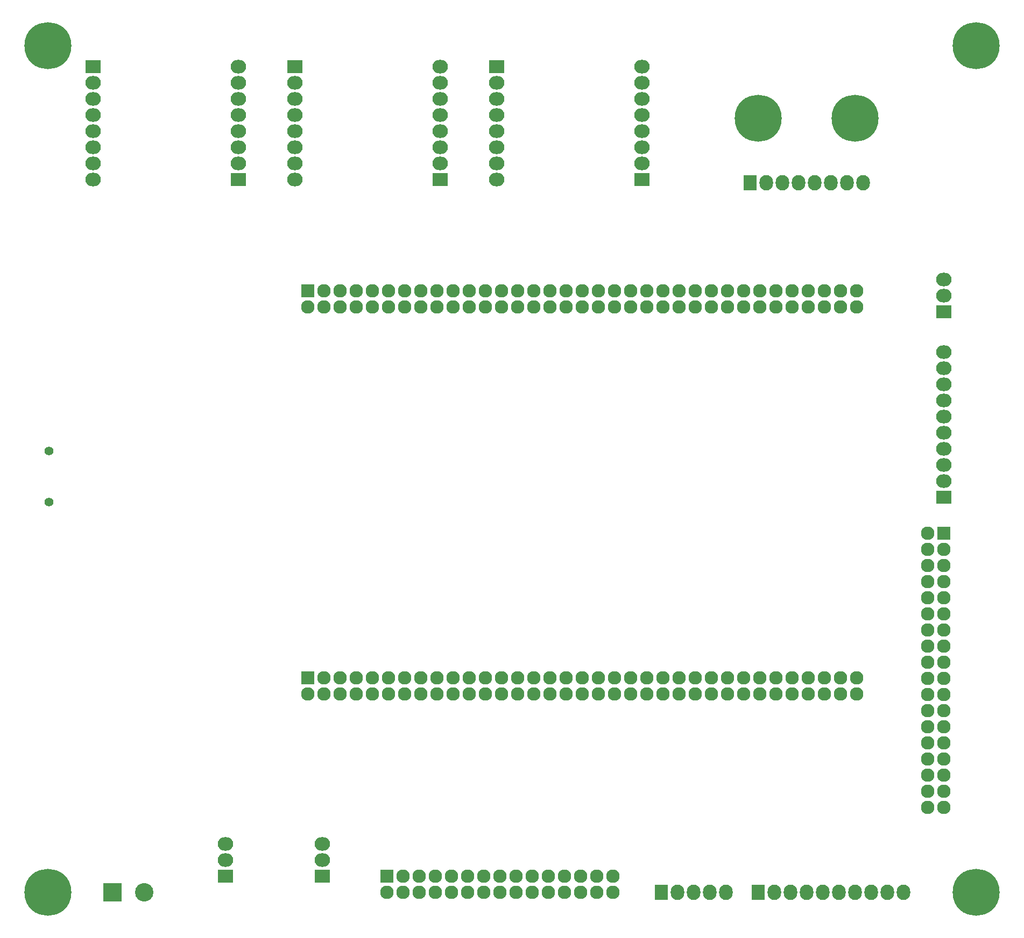
<source format=gbr>
G04 #@! TF.FileFunction,Soldermask,Bot*
%FSLAX46Y46*%
G04 Gerber Fmt 4.6, Leading zero omitted, Abs format (unit mm)*
G04 Created by KiCad (PCBNEW 4.0.3-stable) date 01/27/17 20:04:36*
%MOMM*%
%LPD*%
G01*
G04 APERTURE LIST*
%ADD10C,0.100000*%
%ADD11R,2.127200X2.127200*%
%ADD12O,2.127200X2.127200*%
%ADD13R,2.900000X2.900000*%
%ADD14C,2.900000*%
%ADD15R,2.127200X2.432000*%
%ADD16O,2.127200X2.432000*%
%ADD17R,2.432000X2.127200*%
%ADD18O,2.432000X2.127200*%
%ADD19C,1.400000*%
%ADD20C,7.400000*%
%ADD21C,1.000000*%
G04 APERTURE END LIST*
D10*
D11*
X63754000Y-126238000D03*
D12*
X63754000Y-128778000D03*
X66294000Y-126238000D03*
X66294000Y-128778000D03*
X68834000Y-126238000D03*
X68834000Y-128778000D03*
X71374000Y-126238000D03*
X71374000Y-128778000D03*
X73914000Y-126238000D03*
X73914000Y-128778000D03*
X76454000Y-126238000D03*
X76454000Y-128778000D03*
X78994000Y-126238000D03*
X78994000Y-128778000D03*
X81534000Y-126238000D03*
X81534000Y-128778000D03*
X84074000Y-126238000D03*
X84074000Y-128778000D03*
X86614000Y-126238000D03*
X86614000Y-128778000D03*
X89154000Y-126238000D03*
X89154000Y-128778000D03*
X91694000Y-126238000D03*
X91694000Y-128778000D03*
X94234000Y-126238000D03*
X94234000Y-128778000D03*
X96774000Y-126238000D03*
X96774000Y-128778000D03*
X99314000Y-126238000D03*
X99314000Y-128778000D03*
X101854000Y-126238000D03*
X101854000Y-128778000D03*
X104394000Y-126238000D03*
X104394000Y-128778000D03*
X106934000Y-126238000D03*
X106934000Y-128778000D03*
X109474000Y-126238000D03*
X109474000Y-128778000D03*
X112014000Y-126238000D03*
X112014000Y-128778000D03*
X114554000Y-126238000D03*
X114554000Y-128778000D03*
X117094000Y-126238000D03*
X117094000Y-128778000D03*
X119634000Y-126238000D03*
X119634000Y-128778000D03*
X122174000Y-126238000D03*
X122174000Y-128778000D03*
X124714000Y-126238000D03*
X124714000Y-128778000D03*
X127254000Y-126238000D03*
X127254000Y-128778000D03*
X129794000Y-126238000D03*
X129794000Y-128778000D03*
X132334000Y-126238000D03*
X132334000Y-128778000D03*
X134874000Y-126238000D03*
X134874000Y-128778000D03*
X137414000Y-126238000D03*
X137414000Y-128778000D03*
X139954000Y-126238000D03*
X139954000Y-128778000D03*
X142494000Y-126238000D03*
X142494000Y-128778000D03*
X145034000Y-126238000D03*
X145034000Y-128778000D03*
X147574000Y-126238000D03*
X147574000Y-128778000D03*
X150114000Y-126238000D03*
X150114000Y-128778000D03*
D13*
X33020000Y-160020000D03*
D14*
X38020000Y-160020000D03*
D15*
X133350000Y-48260000D03*
D16*
X135890000Y-48260000D03*
X138430000Y-48260000D03*
X140970000Y-48260000D03*
X143510000Y-48260000D03*
X146050000Y-48260000D03*
X148590000Y-48260000D03*
X151130000Y-48260000D03*
D11*
X63754000Y-65278000D03*
D12*
X63754000Y-67818000D03*
X66294000Y-65278000D03*
X66294000Y-67818000D03*
X68834000Y-65278000D03*
X68834000Y-67818000D03*
X71374000Y-65278000D03*
X71374000Y-67818000D03*
X73914000Y-65278000D03*
X73914000Y-67818000D03*
X76454000Y-65278000D03*
X76454000Y-67818000D03*
X78994000Y-65278000D03*
X78994000Y-67818000D03*
X81534000Y-65278000D03*
X81534000Y-67818000D03*
X84074000Y-65278000D03*
X84074000Y-67818000D03*
X86614000Y-65278000D03*
X86614000Y-67818000D03*
X89154000Y-65278000D03*
X89154000Y-67818000D03*
X91694000Y-65278000D03*
X91694000Y-67818000D03*
X94234000Y-65278000D03*
X94234000Y-67818000D03*
X96774000Y-65278000D03*
X96774000Y-67818000D03*
X99314000Y-65278000D03*
X99314000Y-67818000D03*
X101854000Y-65278000D03*
X101854000Y-67818000D03*
X104394000Y-65278000D03*
X104394000Y-67818000D03*
X106934000Y-65278000D03*
X106934000Y-67818000D03*
X109474000Y-65278000D03*
X109474000Y-67818000D03*
X112014000Y-65278000D03*
X112014000Y-67818000D03*
X114554000Y-65278000D03*
X114554000Y-67818000D03*
X117094000Y-65278000D03*
X117094000Y-67818000D03*
X119634000Y-65278000D03*
X119634000Y-67818000D03*
X122174000Y-65278000D03*
X122174000Y-67818000D03*
X124714000Y-65278000D03*
X124714000Y-67818000D03*
X127254000Y-65278000D03*
X127254000Y-67818000D03*
X129794000Y-65278000D03*
X129794000Y-67818000D03*
X132334000Y-65278000D03*
X132334000Y-67818000D03*
X134874000Y-65278000D03*
X134874000Y-67818000D03*
X137414000Y-65278000D03*
X137414000Y-67818000D03*
X139954000Y-65278000D03*
X139954000Y-67818000D03*
X142494000Y-65278000D03*
X142494000Y-67818000D03*
X145034000Y-65278000D03*
X145034000Y-67818000D03*
X147574000Y-65278000D03*
X147574000Y-67818000D03*
X150114000Y-65278000D03*
X150114000Y-67818000D03*
D15*
X134620000Y-160020000D03*
D16*
X137160000Y-160020000D03*
X139700000Y-160020000D03*
X142240000Y-160020000D03*
X144780000Y-160020000D03*
X147320000Y-160020000D03*
X149860000Y-160020000D03*
X152400000Y-160020000D03*
X154940000Y-160020000D03*
X157480000Y-160020000D03*
D15*
X119380000Y-160020000D03*
D16*
X121920000Y-160020000D03*
X124460000Y-160020000D03*
X127000000Y-160020000D03*
X129540000Y-160020000D03*
D17*
X29972000Y-29972000D03*
D18*
X29972000Y-32512000D03*
X29972000Y-35052000D03*
X29972000Y-37592000D03*
X29972000Y-40132000D03*
X29972000Y-42672000D03*
X29972000Y-45212000D03*
X29972000Y-47752000D03*
D17*
X61722000Y-29972000D03*
D18*
X61722000Y-32512000D03*
X61722000Y-35052000D03*
X61722000Y-37592000D03*
X61722000Y-40132000D03*
X61722000Y-42672000D03*
X61722000Y-45212000D03*
X61722000Y-47752000D03*
D17*
X93472000Y-29972000D03*
D18*
X93472000Y-32512000D03*
X93472000Y-35052000D03*
X93472000Y-37592000D03*
X93472000Y-40132000D03*
X93472000Y-42672000D03*
X93472000Y-45212000D03*
X93472000Y-47752000D03*
D17*
X52832000Y-47752000D03*
D18*
X52832000Y-45212000D03*
X52832000Y-42672000D03*
X52832000Y-40132000D03*
X52832000Y-37592000D03*
X52832000Y-35052000D03*
X52832000Y-32512000D03*
X52832000Y-29972000D03*
D17*
X84582000Y-47752000D03*
D18*
X84582000Y-45212000D03*
X84582000Y-42672000D03*
X84582000Y-40132000D03*
X84582000Y-37592000D03*
X84582000Y-35052000D03*
X84582000Y-32512000D03*
X84582000Y-29972000D03*
D17*
X116332000Y-47752000D03*
D18*
X116332000Y-45212000D03*
X116332000Y-42672000D03*
X116332000Y-40132000D03*
X116332000Y-37592000D03*
X116332000Y-35052000D03*
X116332000Y-32512000D03*
X116332000Y-29972000D03*
D19*
X22990000Y-90554000D03*
X22990000Y-98554000D03*
D17*
X66040000Y-157480000D03*
D18*
X66040000Y-154940000D03*
X66040000Y-152400000D03*
D17*
X50800000Y-157480000D03*
D18*
X50800000Y-154940000D03*
X50800000Y-152400000D03*
D17*
X163830000Y-68580000D03*
D18*
X163830000Y-66040000D03*
X163830000Y-63500000D03*
D17*
X163830000Y-97790000D03*
D18*
X163830000Y-95250000D03*
X163830000Y-92710000D03*
X163830000Y-90170000D03*
X163830000Y-87630000D03*
X163830000Y-85090000D03*
X163830000Y-82550000D03*
X163830000Y-80010000D03*
X163830000Y-77470000D03*
X163830000Y-74930000D03*
D11*
X163830000Y-103505000D03*
D12*
X161290000Y-103505000D03*
X163830000Y-106045000D03*
X161290000Y-106045000D03*
X163830000Y-108585000D03*
X161290000Y-108585000D03*
X163830000Y-111125000D03*
X161290000Y-111125000D03*
X163830000Y-113665000D03*
X161290000Y-113665000D03*
X163830000Y-116205000D03*
X161290000Y-116205000D03*
X163830000Y-118745000D03*
X161290000Y-118745000D03*
X163830000Y-121285000D03*
X161290000Y-121285000D03*
X163830000Y-123825000D03*
X161290000Y-123825000D03*
X163830000Y-126365000D03*
X161290000Y-126365000D03*
X163830000Y-128905000D03*
X161290000Y-128905000D03*
X163830000Y-131445000D03*
X161290000Y-131445000D03*
X163830000Y-133985000D03*
X161290000Y-133985000D03*
X163830000Y-136525000D03*
X161290000Y-136525000D03*
X163830000Y-139065000D03*
X161290000Y-139065000D03*
X163830000Y-141605000D03*
X161290000Y-141605000D03*
X163830000Y-144145000D03*
X161290000Y-144145000D03*
X163830000Y-146685000D03*
X161290000Y-146685000D03*
D11*
X76200000Y-157480000D03*
D12*
X76200000Y-160020000D03*
X78740000Y-157480000D03*
X78740000Y-160020000D03*
X81280000Y-157480000D03*
X81280000Y-160020000D03*
X83820000Y-157480000D03*
X83820000Y-160020000D03*
X86360000Y-157480000D03*
X86360000Y-160020000D03*
X88900000Y-157480000D03*
X88900000Y-160020000D03*
X91440000Y-157480000D03*
X91440000Y-160020000D03*
X93980000Y-157480000D03*
X93980000Y-160020000D03*
X96520000Y-157480000D03*
X96520000Y-160020000D03*
X99060000Y-157480000D03*
X99060000Y-160020000D03*
X101600000Y-157480000D03*
X101600000Y-160020000D03*
X104140000Y-157480000D03*
X104140000Y-160020000D03*
X106680000Y-157480000D03*
X106680000Y-160020000D03*
X109220000Y-157480000D03*
X109220000Y-160020000D03*
X111760000Y-157480000D03*
X111760000Y-160020000D03*
D20*
X22860000Y-26670000D03*
D21*
X25485000Y-26670000D03*
X24716155Y-28526155D03*
X22860000Y-29295000D03*
X21003845Y-28526155D03*
X20235000Y-26670000D03*
X21003845Y-24813845D03*
X22860000Y-24045000D03*
X24716155Y-24813845D03*
D20*
X168910000Y-26670000D03*
D21*
X171535000Y-26670000D03*
X170766155Y-28526155D03*
X168910000Y-29295000D03*
X167053845Y-28526155D03*
X166285000Y-26670000D03*
X167053845Y-24813845D03*
X168910000Y-24045000D03*
X170766155Y-24813845D03*
D20*
X168910000Y-160020000D03*
D21*
X171535000Y-160020000D03*
X170766155Y-161876155D03*
X168910000Y-162645000D03*
X167053845Y-161876155D03*
X166285000Y-160020000D03*
X167053845Y-158163845D03*
X168910000Y-157395000D03*
X170766155Y-158163845D03*
D20*
X22860000Y-160020000D03*
D21*
X25485000Y-160020000D03*
X24716155Y-161876155D03*
X22860000Y-162645000D03*
X21003845Y-161876155D03*
X20235000Y-160020000D03*
X21003845Y-158163845D03*
X22860000Y-157395000D03*
X24716155Y-158163845D03*
D20*
X149860000Y-38100000D03*
D21*
X152485000Y-38100000D03*
X151716155Y-39956155D03*
X149860000Y-40725000D03*
X148003845Y-39956155D03*
X147235000Y-38100000D03*
X148003845Y-36243845D03*
X149860000Y-35475000D03*
X151716155Y-36243845D03*
D20*
X134620000Y-38100000D03*
D21*
X137245000Y-38100000D03*
X136476155Y-39956155D03*
X134620000Y-40725000D03*
X132763845Y-39956155D03*
X131995000Y-38100000D03*
X132763845Y-36243845D03*
X134620000Y-35475000D03*
X136476155Y-36243845D03*
M02*

</source>
